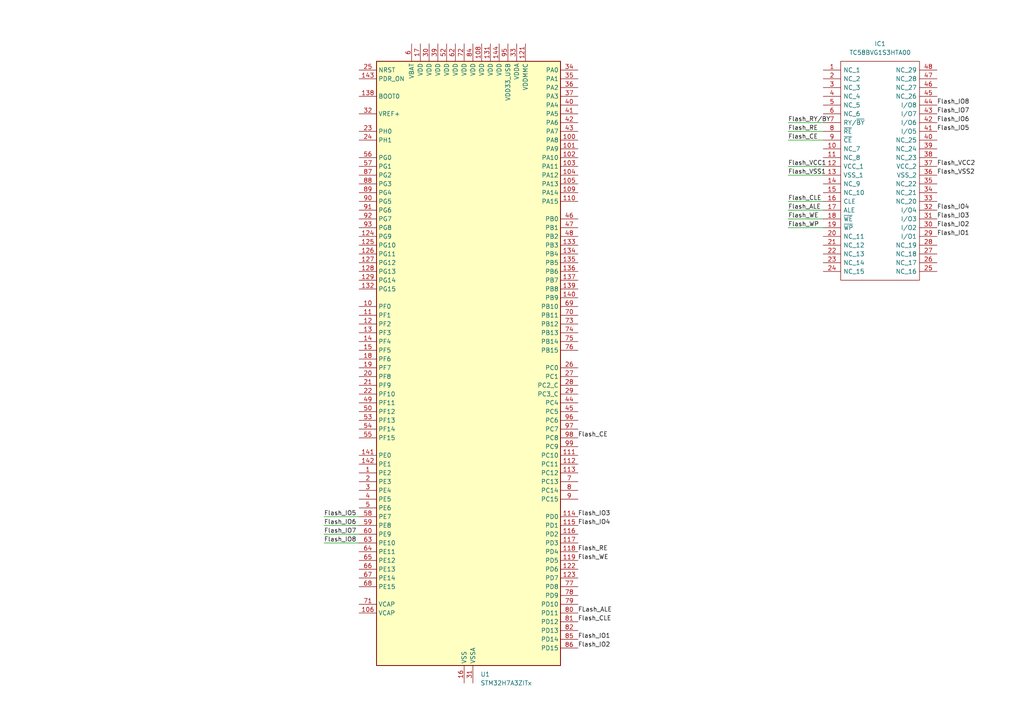
<source format=kicad_sch>
(kicad_sch (version 20231120) (generator "eeschema") (generator_version "8.0")
  (paper "A4")
  (lib_symbols
    (symbol "MCU_ST_STM32H7:STM32H7A3ZITx"
      (property "Reference" "U" (at -25.4 90.17 0))
      (property "Value" "STM32H7A3ZITx" (at 20.32 90.17 0))
      (symbol "STM32H7A3ZITx_0_1"
        (rectangle (start -25.4 -86.36) (end 27.94 88.9) (stroke (width 0.254)) (fill (type background)))
      )
      (symbol "STM32H7A3ZITx_1_1"
        (pin bidirectional line (at -30.48 -30.48 0) (length 5.08) (name "PE2") (number "1"))
        (pin bidirectional line (at -30.48 17.78 0) (length 5.08) (name "PF0") (number "10"))
        (pin bidirectional line (at 33.02 66.04 180) (length 5.08) (name "PA8") (number "100"))
        (pin bidirectional line (at 33.02 63.5 180) (length 5.08) (name "PA9") (number "101"))
        (pin bidirectional line (at 33.02 60.96 180) (length 5.08) (name "PA10") (number "102"))
        (pin bidirectional line (at 33.02 58.42 180) (length 5.08) (name "PA11") (number "103"))
        (pin bidirectional line (at 33.02 55.88 180) (length 5.08) (name "PA12") (number "104"))
        (pin bidirectional line (at 33.02 53.34 180) (length 5.08) (name "PA13") (number "105"))
        (pin power_out line (at -30.48 -71.12 0) (length 5.08) (name "VCAP") (number "106"))
        (pin passive line (at 0 -91.44 90) (length 5.08) hide (name "VSS") (number "107"))
        (pin power_in line (at 5.08 93.98 270) (length 5.08) (name "VDD") (number "108"))
        (pin bidirectional line (at 33.02 50.8 180) (length 5.08) (name "PA14") (number "109"))
        (pin bidirectional line (at -30.48 15.24 0) (length 5.08) (name "PF1") (number "11"))
        (pin bidirectional line (at 33.02 48.26 180) (length 5.08) (name "PA15") (number "110"))
        (pin bidirectional line (at 33.02 -25.4 180) (length 5.08) (name "PC10") (number "111"))
        (pin bidirectional line (at 33.02 -27.94 180) (length 5.08) (name "PC11") (number "112"))
        (pin bidirectional line (at 33.02 -30.48 180) (length 5.08) (name "PC12") (number "113"))
        (pin bidirectional line (at 33.02 -43.18 180) (length 5.08) (name "PD0") (number "114"))
        (pin bidirectional line (at 33.02 -45.72 180) (length 5.08) (name "PD1") (number "115"))
        (pin bidirectional line (at 33.02 -48.26 180) (length 5.08) (name "PD2") (number "116"))
        (pin bidirectional line (at 33.02 -50.8 180) (length 5.08) (name "PD3") (number "117"))
        (pin bidirectional line (at 33.02 -53.34 180) (length 5.08) (name "PD4") (number "118"))
        (pin bidirectional line (at 33.02 -55.88 180) (length 5.08) (name "PD5") (number "119"))
        (pin bidirectional line (at -30.48 12.7 0) (length 5.08) (name "PF2") (number "12"))
        (pin passive line (at 0 -91.44 90) (length 5.08) hide (name "VSS") (number "120"))
        (pin power_in line (at 17.78 93.98 270) (length 5.08) (name "VDDMMC") (number "121"))
        (pin bidirectional line (at 33.02 -58.42 180) (length 5.08) (name "PD6") (number "122"))
        (pin bidirectional line (at 33.02 -60.96 180) (length 5.08) (name "PD7") (number "123"))
        (pin bidirectional line (at -30.48 38.1 0) (length 5.08) (name "PG9") (number "124"))
        (pin bidirectional line (at -30.48 35.56 0) (length 5.08) (name "PG10") (number "125"))
        (pin bidirectional line (at -30.48 33.02 0) (length 5.08) (name "PG11") (number "126"))
        (pin bidirectional line (at -30.48 30.48 0) (length 5.08) (name "PG12") (number "127"))
        (pin bidirectional line (at -30.48 27.94 0) (length 5.08) (name "PG13") (number "128"))
        (pin bidirectional line (at -30.48 25.4 0) (length 5.08) (name "PG14") (number "129"))
        (pin bidirectional line (at -30.48 10.16 0) (length 5.08) (name "PF3") (number "13"))
        (pin passive line (at 0 -91.44 90) (length 5.08) hide (name "VSS") (number "130"))
        (pin power_in line (at 7.62 93.98 270) (length 5.08) (name "VDD") (number "131"))
        (pin bidirectional line (at -30.48 22.86 0) (length 5.08) (name "PG15") (number "132"))
        (pin bidirectional line (at 33.02 35.56 180) (length 5.08) (name "PB3") (number "133"))
        (pin bidirectional line (at 33.02 33.02 180) (length 5.08) (name "PB4") (number "134"))
        (pin bidirectional line (at 33.02 30.48 180) (length 5.08) (name "PB5") (number "135"))
        (pin bidirectional line (at 33.02 27.94 180) (length 5.08) (name "PB6") (number "136"))
        (pin bidirectional line (at 33.02 25.4 180) (length 5.08) (name "PB7") (number "137"))
        (pin input line (at -30.48 78.74 0) (length 5.08) (name "BOOT0") (number "138"))
        (pin bidirectional line (at 33.02 22.86 180) (length 5.08) (name "PB8") (number "139"))
        (pin bidirectional line (at -30.48 7.62 0) (length 5.08) (name "PF4") (number "14"))
        (pin bidirectional line (at 33.02 20.32 180) (length 5.08) (name "PB9") (number "140"))
        (pin bidirectional line (at -30.48 -25.4 0) (length 5.08) (name "PE0") (number "141"))
        (pin bidirectional line (at -30.48 -27.94 0) (length 5.08) (name "PE1") (number "142"))
        (pin input line (at -30.48 83.82 0) (length 5.08) (name "PDR_ON") (number "143"))
        (pin power_in line (at 10.16 93.98 270) (length 5.08) (name "VDD") (number "144"))
        (pin bidirectional line (at -30.48 5.08 0) (length 5.08) (name "PF5") (number "15"))
        (pin power_in line (at 0 -91.44 90) (length 5.08) (name "VSS") (number "16"))
        (pin power_in line (at -12.7 93.98 270) (length 5.08) (name "VDD") (number "17"))
        (pin bidirectional line (at -30.48 2.54 0) (length 5.08) (name "PF6") (number "18"))
        (pin bidirectional line (at -30.48 0 0) (length 5.08) (name "PF7") (number "19"))
        (pin bidirectional line (at -30.48 -33.02 0) (length 5.08) (name "PE3") (number "2"))
        (pin bidirectional line (at -30.48 -2.54 0) (length 5.08) (name "PF8") (number "20"))
        (pin bidirectional line (at -30.48 -5.08 0) (length 5.08) (name "PF9") (number "21"))
        (pin bidirectional line (at -30.48 -7.62 0) (length 5.08) (name "PF10") (number "22"))
        (pin bidirectional line (at -30.48 68.58 0) (length 5.08) (name "PH0") (number "23"))
        (pin bidirectional line (at -30.48 66.04 0) (length 5.08) (name "PH1") (number "24"))
        (pin input line (at -30.48 86.36 0) (length 5.08) (name "NRST") (number "25"))
        (pin bidirectional line (at 33.02 0 180) (length 5.08) (name "PC0") (number "26"))
        (pin bidirectional line (at 33.02 -2.54 180) (length 5.08) (name "PC1") (number "27"))
        (pin bidirectional line (at 33.02 -5.08 180) (length 5.08) (name "PC2_C") (number "28"))
        (pin bidirectional line (at 33.02 -7.62 180) (length 5.08) (name "PC3_C") (number "29"))
        (pin bidirectional line (at -30.48 -35.56 0) (length 5.08) (name "PE4") (number "3"))
        (pin power_in line (at -10.16 93.98 270) (length 5.08) (name "VDD") (number "30"))
        (pin power_in line (at 2.54 -91.44 90) (length 5.08) (name "VSSA") (number "31"))
        (pin input line (at -30.48 73.66 0) (length 5.08) (name "VREF+") (number "32"))
        (pin power_in line (at 15.24 93.98 270) (length 5.08) (name "VDDA") (number "33"))
        (pin bidirectional line (at 33.02 86.36 180) (length 5.08) (name "PA0") (number "34"))
        (pin bidirectional line (at 33.02 83.82 180) (length 5.08) (name "PA1") (number "35"))
        (pin bidirectional line (at 33.02 81.28 180) (length 5.08) (name "PA2") (number "36"))
        (pin bidirectional line (at 33.02 78.74 180) (length 5.08) (name "PA3") (number "37"))
        (pin passive line (at 0 -91.44 90) (length 5.08) hide (name "VSS") (number "38"))
        (pin power_in line (at -7.62 93.98 270) (length 5.08) (name "VDD") (number "39"))
        (pin bidirectional line (at -30.48 -38.1 0) (length 5.08) (name "PE5") (number "4"))
        (pin bidirectional line (at 33.02 76.2 180) (length 5.08) (name "PA4") (number "40"))
        (pin bidirectional line (at 33.02 73.66 180) (length 5.08) (name "PA5") (number "41"))
        (pin bidirectional line (at 33.02 71.12 180) (length 5.08) (name "PA6") (number "42"))
        (pin bidirectional line (at 33.02 68.58 180) (length 5.08) (name "PA7") (number "43"))
        (pin bidirectional line (at 33.02 -10.16 180) (length 5.08) (name "PC4") (number "44"))
        (pin bidirectional line (at 33.02 -12.7 180) (length 5.08) (name "PC5") (number "45"))
        (pin bidirectional line (at 33.02 43.18 180) (length 5.08) (name "PB0") (number "46"))
        (pin bidirectional line (at 33.02 40.64 180) (length 5.08) (name "PB1") (number "47"))
        (pin bidirectional line (at 33.02 38.1 180) (length 5.08) (name "PB2") (number "48"))
        (pin bidirectional line (at -30.48 -10.16 0) (length 5.08) (name "PF11") (number "49"))
        (pin bidirectional line (at -30.48 -40.64 0) (length 5.08) (name "PE6") (number "5"))
        (pin bidirectional line (at -30.48 -12.7 0) (length 5.08) (name "PF12") (number "50"))
        (pin passive line (at 0 -91.44 90) (length 5.08) hide (name "VSS") (number "51"))
        (pin power_in line (at -5.08 93.98 270) (length 5.08) (name "VDD") (number "52"))
        (pin bidirectional line (at -30.48 -15.24 0) (length 5.08) (name "PF13") (number "53"))
        (pin bidirectional line (at -30.48 -17.78 0) (length 5.08) (name "PF14") (number "54"))
        (pin bidirectional line (at -30.48 -20.32 0) (length 5.08) (name "PF15") (number "55"))
        (pin bidirectional line (at -30.48 60.96 0) (length 5.08) (name "PG0") (number "56"))
        (pin bidirectional line (at -30.48 58.42 0) (length 5.08) (name "PG1") (number "57"))
        (pin bidirectional line (at -30.48 -43.18 0) (length 5.08) (name "PE7") (number "58"))
        (pin bidirectional line (at -30.48 -45.72 0) (length 5.08) (name "PE8") (number "59"))
        (pin power_in line (at -15.24 93.98 270) (length 5.08) (name "VBAT") (number "6"))
        (pin bidirectional line (at -30.48 -48.26 0) (length 5.08) (name "PE9") (number "60"))
        (pin passive line (at 0 -91.44 90) (length 5.08) hide (name "VSS") (number "61"))
        (pin power_in line (at -2.54 93.98 270) (length 5.08) (name "VDD") (number "62"))
        (pin bidirectional line (at -30.48 -50.8 0) (length 5.08) (name "PE10") (number "63"))
        (pin bidirectional line (at -30.48 -53.34 0) (length 5.08) (name "PE11") (number "64"))
        (pin bidirectional line (at -30.48 -55.88 0) (length 5.08) (name "PE12") (number "65"))
        (pin bidirectional line (at -30.48 -58.42 0) (length 5.08) (name "PE13") (number "66"))
        (pin bidirectional line (at -30.48 -60.96 0) (length 5.08) (name "PE14") (number "67"))
        (pin bidirectional line (at -30.48 -63.5 0) (length 5.08) (name "PE15") (number "68"))
        (pin bidirectional line (at 33.02 17.78 180) (length 5.08) (name "PB10") (number "69"))
        (pin bidirectional line (at 33.02 -33.02 180) (length 5.08) (name "PC13") (number "7"))
        (pin bidirectional line (at 33.02 15.24 180) (length 5.08) (name "PB11") (number "70"))
        (pin power_out line (at -30.48 -68.58 0) (length 5.08) (name "VCAP") (number "71"))
        (pin power_in line (at 0 93.98 270) (length 5.08) (name "VDD") (number "72"))
        (pin bidirectional line (at 33.02 12.7 180) (length 5.08) (name "PB12") (number "73"))
        (pin bidirectional line (at 33.02 10.16 180) (length 5.08) (name "PB13") (number "74"))
        (pin bidirectional line (at 33.02 7.62 180) (length 5.08) (name "PB14") (number "75"))
        (pin bidirectional line (at 33.02 5.08 180) (length 5.08) (name "PB15") (number "76"))
        (pin bidirectional line (at 33.02 -63.5 180) (length 5.08) (name "PD8") (number "77"))
        (pin bidirectional line (at 33.02 -66.04 180) (length 5.08) (name "PD9") (number "78"))
        (pin bidirectional line (at 33.02 -68.58 180) (length 5.08) (name "PD10") (number "79"))
        (pin bidirectional line (at 33.02 -35.56 180) (length 5.08) (name "PC14") (number "8"))
        (pin bidirectional line (at 33.02 -71.12 180) (length 5.08) (name "PD11") (number "80"))
        (pin bidirectional line (at 33.02 -73.66 180) (length 5.08) (name "PD12") (number "81"))
        (pin bidirectional line (at 33.02 -76.2 180) (length 5.08) (name "PD13") (number "82"))
        (pin passive line (at 0 -91.44 90) (length 5.08) hide (name "VSS") (number "83"))
        (pin power_in line (at 2.54 93.98 270) (length 5.08) (name "VDD") (number "84"))
        (pin bidirectional line (at 33.02 -78.74 180) (length 5.08) (name "PD14") (number "85"))
        (pin bidirectional line (at 33.02 -81.28 180) (length 5.08) (name "PD15") (number "86"))
        (pin bidirectional line (at -30.48 55.88 0) (length 5.08) (name "PG2") (number "87"))
        (pin bidirectional line (at -30.48 53.34 0) (length 5.08) (name "PG3") (number "88"))
        (pin bidirectional line (at -30.48 50.8 0) (length 5.08) (name "PG4") (number "89"))
        (pin bidirectional line (at 33.02 -38.1 180) (length 5.08) (name "PC15") (number "9"))
        (pin bidirectional line (at -30.48 48.26 0) (length 5.08) (name "PG5") (number "90"))
        (pin bidirectional line (at -30.48 45.72 0) (length 5.08) (name "PG6") (number "91"))
        (pin bidirectional line (at -30.48 43.18 0) (length 5.08) (name "PG7") (number "92"))
        (pin bidirectional line (at -30.48 40.64 0) (length 5.08) (name "PG8") (number "93"))
        (pin passive line (at 0 -91.44 90) (length 5.08) hide (name "VSS") (number "94"))
        (pin power_in line (at 12.7 93.98 270) (length 5.08) (name "VDD33_USB") (number "95"))
        (pin bidirectional line (at 33.02 -15.24 180) (length 5.08) (name "PC6") (number "96"))
        (pin bidirectional line (at 33.02 -17.78 180) (length 5.08) (name "PC7") (number "97"))
        (pin bidirectional line (at 33.02 -20.32 180) (length 5.08) (name "PC8") (number "98"))
        (pin bidirectional line (at 33.02 -22.86 180) (length 5.08) (name "PC9") (number "99"))
      )
    )
    (symbol "TC58BVG1S3HTA00:TC58BVG1S3HTA00" (pin_names (offset 0.762))
      (property "Reference" "IC" (at 29.21 7.62 0))
      (property "Value" "TC58BVG1S3HTA00" (at 29.21 5.08 0))
      (symbol "TC58BVG1S3HTA00_0_0"
        (pin passive line (at 0 0 0) (length 5.08) (name "NC_1") (number "1"))
        (pin passive line (at 0 -22.86 0) (length 5.08) (name "NC_7") (number "10"))
        (pin passive line (at 0 -25.4 0) (length 5.08) (name "NC_8") (number "11"))
        (pin passive line (at 0 -27.94 0) (length 5.08) (name "VCC_1") (number "12"))
        (pin passive line (at 0 -30.48 0) (length 5.08) (name "VSS_1") (number "13"))
        (pin passive line (at 0 -33.02 0) (length 5.08) (name "NC_9") (number "14"))
        (pin passive line (at 0 -35.56 0) (length 5.08) (name "NC_10") (number "15"))
        (pin passive line (at 0 -38.1 0) (length 5.08) (name "CLE") (number "16"))
        (pin passive line (at 0 -40.64 0) (length 5.08) (name "ALE") (number "17"))
        (pin passive line (at 0 -43.18 0) (length 5.08) (name "~{WE}") (number "18"))
        (pin passive line (at 0 -45.72 0) (length 5.08) (name "~{WP}") (number "19"))
        (pin passive line (at 0 -2.54 0) (length 5.08) (name "NC_2") (number "2"))
        (pin passive line (at 0 -48.26 0) (length 5.08) (name "NC_11") (number "20"))
        (pin passive line (at 0 -50.8 0) (length 5.08) (name "NC_12") (number "21"))
        (pin passive line (at 0 -53.34 0) (length 5.08) (name "NC_13") (number "22"))
        (pin passive line (at 0 -55.88 0) (length 5.08) (name "NC_14") (number "23"))
        (pin passive line (at 0 -58.42 0) (length 5.08) (name "NC_15") (number "24"))
        (pin passive line (at 33.02 -58.42 180) (length 5.08) (name "NC_16") (number "25"))
        (pin passive line (at 33.02 -55.88 180) (length 5.08) (name "NC_17") (number "26"))
        (pin passive line (at 33.02 -53.34 180) (length 5.08) (name "NC_18") (number "27"))
        (pin passive line (at 33.02 -50.8 180) (length 5.08) (name "NC_19") (number "28"))
        (pin passive line (at 33.02 -48.26 180) (length 5.08) (name "I/O1") (number "29"))
        (pin passive line (at 0 -5.08 0) (length 5.08) (name "NC_3") (number "3"))
        (pin passive line (at 33.02 -45.72 180) (length 5.08) (name "I/O2") (number "30"))
        (pin passive line (at 33.02 -43.18 180) (length 5.08) (name "I/O3") (number "31"))
        (pin passive line (at 33.02 -40.64 180) (length 5.08) (name "I/O4") (number "32"))
        (pin passive line (at 33.02 -38.1 180) (length 5.08) (name "NC_20") (number "33"))
        (pin passive line (at 33.02 -35.56 180) (length 5.08) (name "NC_21") (number "34"))
        (pin passive line (at 33.02 -33.02 180) (length 5.08) (name "NC_22") (number "35"))
        (pin passive line (at 33.02 -30.48 180) (length 5.08) (name "VSS_2") (number "36"))
        (pin passive line (at 33.02 -27.94 180) (length 5.08) (name "VCC_2") (number "37"))
        (pin passive line (at 33.02 -25.4 180) (length 5.08) (name "NC_23") (number "38"))
        (pin passive line (at 33.02 -22.86 180) (length 5.08) (name "NC_24") (number "39"))
        (pin passive line (at 0 -7.62 0) (length 5.08) (name "NC_4") (number "4"))
        (pin passive line (at 33.02 -20.32 180) (length 5.08) (name "NC_25") (number "40"))
        (pin passive line (at 33.02 -17.78 180) (length 5.08) (name "I/O5") (number "41"))
        (pin passive line (at 33.02 -15.24 180) (length 5.08) (name "I/O6") (number "42"))
        (pin passive line (at 33.02 -12.7 180) (length 5.08) (name "I/O7") (number "43"))
        (pin passive line (at 33.02 -10.16 180) (length 5.08) (name "I/O8") (number "44"))
        (pin passive line (at 33.02 -7.62 180) (length 5.08) (name "NC_26") (number "45"))
        (pin passive line (at 33.02 -5.08 180) (length 5.08) (name "NC_27") (number "46"))
        (pin passive line (at 33.02 -2.54 180) (length 5.08) (name "NC_28") (number "47"))
        (pin passive line (at 33.02 0 180) (length 5.08) (name "NC_29") (number "48"))
        (pin passive line (at 0 -10.16 0) (length 5.08) (name "NC_5") (number "5"))
        (pin passive line (at 0 -12.7 0) (length 5.08) (name "NC_6") (number "6"))
        (pin passive line (at 0 -15.24 0) (length 5.08) (name "RY/~{BY}") (number "7"))
        (pin passive line (at 0 -17.78 0) (length 5.08) (name "~{RE}") (number "8"))
        (pin passive line (at 0 -20.32 0) (length 5.08) (name "~{CE}") (number "9"))
      )
      (symbol "TC58BVG1S3HTA00_0_1"
        (polyline (pts (xy 5.08 2.54) (xy 27.94 2.54) (xy 27.94 -60.96) (xy 5.08 -60.96) (xy 5.08 2.54)) (stroke (width 0.1524)))
      )
    )
  )
  (wire (pts (xy 93.98 154.94) (xy 104.14 154.94)))
  (wire (pts (xy 228.6 48.26) (xy 238.76 48.26)))
  (wire (pts (xy 228.6 63.5) (xy 238.76 63.5)))
  (wire (pts (xy 228.6 58.42) (xy 238.76 58.42)))
  (wire (pts (xy 228.6 50.8) (xy 238.76 50.8)))
  (wire (pts (xy 228.6 40.64) (xy 238.76 40.64)))
  (wire (pts (xy 93.98 149.86) (xy 104.14 149.86)))
  (wire (pts (xy 93.98 157.48) (xy 104.14 157.48)))
  (wire (pts (xy 228.6 60.96) (xy 238.76 60.96)))
  (wire (pts (xy 93.98 152.4) (xy 104.14 152.4)))
  (wire (pts (xy 228.6 38.1) (xy 238.76 38.1)))
  (wire (pts (xy 228.6 66.04) (xy 238.76 66.04)))
  (wire (pts (xy 228.6 35.56) (xy 238.76 35.56)))
  (label "Flash_WE" (at 167.64 162.56 0))
  (label "Flash_IO8" (at 271.78 30.48 0))
  (label "Flash_RY{slash}BY" (at 228.6 35.56 0))
  (label "Flash_RE" (at 228.6 38.1 0))
  (label "Flash_CLE" (at 167.64 180.34 0))
  (label "Flash_IO7" (at 271.78 33.02 0))
  (label "Flash_RE" (at 167.64 160.02 0))
  (label "Flash_IO1" (at 167.64 185.42 0))
  (label "Flash_VCC2" (at 271.78 48.26 0))
  (label "Flash_CLE" (at 228.6 58.42 0))
  (label "Flash_WE" (at 228.6 63.5 0))
  (label "Flash_IO3" (at 271.78 63.5 0))
  (label "Flash_IO2" (at 167.64 187.96 0))
  (label "Flash_IO5" (at 93.98 149.86 0))
  (label "Flash_IO2" (at 271.78 66.04 0))
  (label "Flash_IO7" (at 93.98 154.94 0))
  (label "Flash_IO1" (at 271.78 68.58 0))
  (label "Flash_VCC1" (at 228.6 48.26 0))
  (label "FLash_ALE" (at 167.64 177.8 0))
  (label "Flash_IO5" (at 271.78 38.1 0))
  (label "Flash_IO8" (at 93.98 157.48 0))
  (label "Flash_WP" (at 228.6 66.04 0))
  (label "Flash_CE" (at 228.6 40.64 0))
  (label "Flash_IO4" (at 167.64 152.4 0))
  (label "Flash_ALE" (at 228.6 60.96 0))
  (label "Flash_IO4" (at 271.78 60.96 0))
  (label "Flash_IO6" (at 271.78 35.56 0))
  (label "Flash_IO3" (at 167.64 149.86 0))
  (label "Flash_VSS1" (at 228.6 50.8 0))
  (label "Flash_IO6" (at 93.98 152.4 0))
  (label "Flash_CE" (at 167.64 127 0))
  (label "Flash_VSS2" (at 271.78 50.8 0))
  (symbol (lib_id "TC58BVG1S3HTA00:TC58BVG1S3HTA00") (at 238.76 20.32 0) (unit 1)
    (property "Reference" "IC1" (at 255.27 12.7 0))
    (property "Value" "TC58BVG1S3HTA00" (at 255.27 15.24 0))
    (property "Footprint" "SOP50P2000X120-48N" (effects (hide yes)))
    (property "Datasheet" "https://www.arrow.com/en/products/tc58bvg1s3hta00/kioxia-corporation?region=nac" (effects (hide yes)))
    (property "Description" "NAND Flash 3.3V 2Gb 24nm SLC NAND (EEPROM)" (effects (hide yes)))
    (property "Description_1" "NAND Flash 3.3V 2Gb 24nm SLC NAND (EEPROM)" (effects (hide yes)))
    (property "Height" "1.2" (effects (hide yes)))
    (property "Manufacturer_Name" "KIOXIA Corporation" (effects (hide yes)))
    (property "Manufacturer_Part_Number" "TC58BVG1S3HTA00" (effects (hide yes)))
    (property "Arrow Part Number" "TC58BVG1S3HTA00" (effects (hide yes)))
    (property "Arrow Price/Stock" "https://www.arrow.com/en/products/tc58bvg1s3hta00/kioxia-corporation?region=nac" (effects (hide yes)))
  )
  (symbol (lib_id "MCU_ST_STM32H7:STM32H7A3ZITx") (at 134.62 106.68 0) (unit 1)
    (property "Reference" "U1" (at 139.3541 195.58 0) (effects (justify left)))
    (property "Value" "STM32H7A3ZITx" (at 139.3541 198.12 0) (effects (justify left)))
    (property "Footprint" "Package_QFP:LQFP-144_20x20mm_P0.5mm" (effects (hide yes)))
    (property "Datasheet" "https://www.st.com/resource/en/datasheet/stm32h7a3zi.pdf" (effects (hide yes)))
    (property "Description" "STMicroelectronics Arm Cortex-M7 MCU, 2048KB flash, 1184KB RAM, 280 MHz, 1.62-3.6V, 114 GPIO, LQFP144" (effects (hide yes)))
  )
)
</source>
